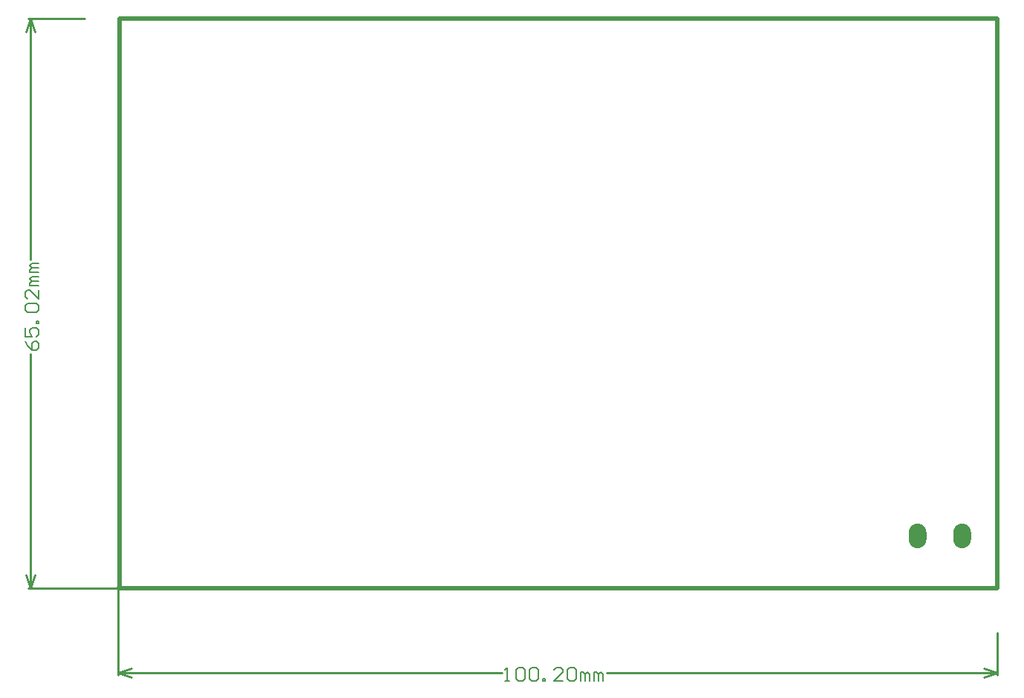
<source format=gbp>
G04*
G04 #@! TF.GenerationSoftware,Altium Limited,Altium Designer,20.0.13 (296)*
G04*
G04 Layer_Color=128*
%FSLAX24Y24*%
%MOIN*%
G70*
G01*
G75*
%ADD10C,0.0100*%
%ADD17C,0.0060*%
%ADD18C,0.0200*%
G36*
X36244Y2193D02*
X36244Y2183D01*
X36243Y2173D01*
X36243Y2163D01*
X36242Y2153D01*
X36241Y2143D01*
X36239Y2133D01*
X36238Y2123D01*
X36236Y2113D01*
X36234Y2104D01*
X36231Y2094D01*
X36229Y2084D01*
X36226Y2075D01*
X36223Y2065D01*
X36219Y2056D01*
X36216Y2046D01*
X36212Y2037D01*
X36208Y2028D01*
X36204Y2019D01*
X36199Y2010D01*
X36194Y2001D01*
X36189Y1993D01*
X36184Y1984D01*
X36179Y1976D01*
X36173Y1968D01*
X36167Y1960D01*
X36161Y1952D01*
X36155Y1944D01*
X36149Y1936D01*
X36142Y1929D01*
X36135Y1921D01*
X36128Y1914D01*
X36121Y1907D01*
X36114Y1900D01*
X36107Y1894D01*
X36099Y1887D01*
X36091Y1881D01*
X36083Y1875D01*
X36075Y1869D01*
X36067Y1864D01*
X36058Y1858D01*
X36050Y1853D01*
X36041Y1848D01*
X36032Y1844D01*
X36023Y1839D01*
X36014Y1835D01*
X36005Y1831D01*
X35996Y1827D01*
X35987Y1823D01*
X35977Y1820D01*
X35968Y1817D01*
X35958Y1814D01*
X35949Y1811D01*
X35939Y1809D01*
X35929Y1807D01*
X35919Y1805D01*
X35910Y1803D01*
X35900Y1802D01*
X35890Y1801D01*
X35880Y1800D01*
X35870Y1799D01*
X35860Y1799D01*
X35850Y1799D01*
X35840Y1799D01*
X35830Y1799D01*
X35820Y1800D01*
X35810Y1801D01*
X35800Y1802D01*
X35790Y1803D01*
X35781Y1805D01*
X35771Y1807D01*
X35761Y1809D01*
X35751Y1811D01*
X35742Y1814D01*
X35732Y1817D01*
X35723Y1820D01*
X35713Y1823D01*
X35704Y1827D01*
X35695Y1831D01*
X35686Y1835D01*
X35677Y1839D01*
X35668Y1844D01*
X35659Y1848D01*
X35650Y1853D01*
X35642Y1858D01*
X35633Y1864D01*
X35625Y1869D01*
X35617Y1875D01*
X35609Y1881D01*
X35601Y1887D01*
X35594Y1894D01*
X35586Y1900D01*
X35579Y1907D01*
X35572Y1914D01*
X35565Y1921D01*
X35558Y1929D01*
X35551Y1936D01*
X35545Y1944D01*
X35539Y1952D01*
X35533Y1960D01*
X35527Y1968D01*
X35521Y1976D01*
X35516Y1984D01*
X35511Y1993D01*
X35506Y2001D01*
X35501Y2010D01*
X35497Y2019D01*
X35492Y2028D01*
X35488Y2037D01*
X35484Y2046D01*
X35481Y2056D01*
X35478Y2065D01*
X35474Y2075D01*
X35472Y2084D01*
X35469Y2094D01*
X35467Y2104D01*
X35464Y2113D01*
X35463Y2123D01*
X35461Y2133D01*
X35459Y2143D01*
X35458Y2153D01*
X35457Y2163D01*
X35457Y2173D01*
X35456Y2183D01*
X35456Y2193D01*
X35456Y2508D01*
X35456Y2517D01*
X35457Y2527D01*
X35457Y2537D01*
X35458Y2547D01*
X35459Y2557D01*
X35461Y2567D01*
X35463Y2577D01*
X35464Y2587D01*
X35467Y2597D01*
X35469Y2606D01*
X35472Y2616D01*
X35474Y2625D01*
X35478Y2635D01*
X35481Y2644D01*
X35484Y2654D01*
X35488Y2663D01*
X35492Y2672D01*
X35497Y2681D01*
X35501Y2690D01*
X35506Y2699D01*
X35511Y2707D01*
X35516Y2716D01*
X35521Y2724D01*
X35527Y2732D01*
X35533Y2741D01*
X35539Y2748D01*
X35545Y2756D01*
X35551Y2764D01*
X35558Y2771D01*
X35565Y2779D01*
X35572Y2786D01*
X35579Y2793D01*
X35586Y2800D01*
X35594Y2806D01*
X35601Y2813D01*
X35609Y2819D01*
X35617Y2825D01*
X35625Y2831D01*
X35633Y2836D01*
X35642Y2842D01*
X35650Y2847D01*
X35659Y2852D01*
X35668Y2856D01*
X35677Y2861D01*
X35686Y2865D01*
X35695Y2869D01*
X35704Y2873D01*
X35713Y2877D01*
X35723Y2880D01*
X35732Y2883D01*
X35742Y2886D01*
X35751Y2889D01*
X35761Y2891D01*
X35771Y2893D01*
X35781Y2895D01*
X35790Y2897D01*
X35800Y2898D01*
X35810Y2899D01*
X35820Y2900D01*
X35830Y2901D01*
X35840Y2901D01*
X35850Y2901D01*
X35860Y2901D01*
X35870Y2901D01*
X35880Y2900D01*
X35890Y2899D01*
X35900Y2898D01*
X35910Y2897D01*
X35919Y2895D01*
X35929Y2893D01*
X35939Y2891D01*
X35949Y2889D01*
X35958Y2886D01*
X35968Y2883D01*
X35977Y2880D01*
X35987Y2877D01*
X35996Y2873D01*
X36005Y2869D01*
X36014Y2865D01*
X36023Y2861D01*
X36032Y2856D01*
X36041Y2852D01*
X36050Y2847D01*
X36058Y2842D01*
X36067Y2836D01*
X36075Y2831D01*
X36083Y2825D01*
X36091Y2819D01*
X36099Y2813D01*
X36106Y2806D01*
X36114Y2800D01*
X36121Y2793D01*
X36128Y2786D01*
X36135Y2779D01*
X36142Y2771D01*
X36149Y2764D01*
X36155Y2756D01*
X36161Y2748D01*
X36167Y2741D01*
X36173Y2732D01*
X36179Y2724D01*
X36184Y2716D01*
X36189Y2707D01*
X36194Y2699D01*
X36199Y2690D01*
X36204Y2681D01*
X36208Y2672D01*
X36212Y2663D01*
X36216Y2654D01*
X36219Y2644D01*
X36223Y2635D01*
X36226Y2625D01*
X36229Y2616D01*
X36231Y2606D01*
X36234Y2597D01*
X36236Y2587D01*
X36238Y2577D01*
X36239Y2567D01*
X36241Y2557D01*
X36242Y2547D01*
X36243Y2537D01*
X36243Y2527D01*
X36244Y2517D01*
X36244Y2508D01*
X36244Y2193D01*
D02*
G37*
G36*
X38244Y2193D02*
X38244Y2183D01*
X38243Y2173D01*
X38243Y2163D01*
X38242Y2153D01*
X38241Y2143D01*
X38239Y2133D01*
X38238Y2123D01*
X38236Y2113D01*
X38234Y2104D01*
X38231Y2094D01*
X38229Y2084D01*
X38226Y2075D01*
X38223Y2065D01*
X38219Y2056D01*
X38216Y2046D01*
X38212Y2037D01*
X38208Y2028D01*
X38204Y2019D01*
X38199Y2010D01*
X38194Y2001D01*
X38189Y1993D01*
X38184Y1984D01*
X38179Y1976D01*
X38173Y1968D01*
X38167Y1960D01*
X38161Y1952D01*
X38155Y1944D01*
X38149Y1936D01*
X38142Y1929D01*
X38135Y1921D01*
X38128Y1914D01*
X38121Y1907D01*
X38114Y1900D01*
X38106Y1894D01*
X38099Y1887D01*
X38091Y1881D01*
X38083Y1875D01*
X38075Y1869D01*
X38067Y1864D01*
X38058Y1858D01*
X38050Y1853D01*
X38041Y1848D01*
X38032Y1844D01*
X38023Y1839D01*
X38014Y1835D01*
X38005Y1831D01*
X37996Y1827D01*
X37987Y1823D01*
X37977Y1820D01*
X37968Y1817D01*
X37958Y1814D01*
X37949Y1811D01*
X37939Y1809D01*
X37929Y1807D01*
X37920Y1805D01*
X37910Y1803D01*
X37900Y1802D01*
X37890Y1801D01*
X37880Y1800D01*
X37870Y1799D01*
X37860Y1799D01*
X37850Y1799D01*
X37840Y1799D01*
X37830Y1799D01*
X37820Y1800D01*
X37810Y1801D01*
X37800Y1802D01*
X37790Y1803D01*
X37781Y1805D01*
X37771Y1807D01*
X37761Y1809D01*
X37751Y1811D01*
X37742Y1814D01*
X37732Y1817D01*
X37723Y1820D01*
X37713Y1823D01*
X37704Y1827D01*
X37695Y1831D01*
X37686Y1835D01*
X37677Y1839D01*
X37668Y1844D01*
X37659Y1848D01*
X37650Y1853D01*
X37642Y1858D01*
X37633Y1864D01*
X37625Y1869D01*
X37617Y1875D01*
X37609Y1881D01*
X37601Y1887D01*
X37594Y1894D01*
X37586Y1900D01*
X37579Y1907D01*
X37572Y1914D01*
X37565Y1921D01*
X37558Y1929D01*
X37551Y1936D01*
X37545Y1944D01*
X37539Y1952D01*
X37533Y1960D01*
X37527Y1968D01*
X37521Y1976D01*
X37516Y1984D01*
X37511Y1993D01*
X37506Y2001D01*
X37501Y2010D01*
X37497Y2019D01*
X37492Y2028D01*
X37488Y2037D01*
X37484Y2046D01*
X37481Y2056D01*
X37478Y2065D01*
X37474Y2075D01*
X37472Y2084D01*
X37469Y2094D01*
X37467Y2104D01*
X37464Y2113D01*
X37463Y2123D01*
X37461Y2133D01*
X37459Y2143D01*
X37458Y2153D01*
X37457Y2163D01*
X37457Y2173D01*
X37456Y2183D01*
X37456Y2193D01*
X37456Y2508D01*
X37456Y2517D01*
X37457Y2527D01*
X37457Y2537D01*
X37458Y2547D01*
X37459Y2557D01*
X37461Y2567D01*
X37463Y2577D01*
X37464Y2587D01*
X37467Y2597D01*
X37469Y2606D01*
X37472Y2616D01*
X37474Y2625D01*
X37478Y2635D01*
X37481Y2644D01*
X37484Y2654D01*
X37488Y2663D01*
X37492Y2672D01*
X37497Y2681D01*
X37501Y2690D01*
X37506Y2699D01*
X37511Y2707D01*
X37516Y2716D01*
X37521Y2724D01*
X37527Y2732D01*
X37533Y2741D01*
X37539Y2748D01*
X37545Y2756D01*
X37551Y2764D01*
X37558Y2771D01*
X37565Y2779D01*
X37572Y2786D01*
X37579Y2793D01*
X37586Y2800D01*
X37594Y2806D01*
X37601Y2813D01*
X37609Y2819D01*
X37617Y2825D01*
X37625Y2831D01*
X37633Y2836D01*
X37642Y2842D01*
X37650Y2847D01*
X37659Y2852D01*
X37668Y2856D01*
X37677Y2861D01*
X37686Y2865D01*
X37695Y2869D01*
X37704Y2873D01*
X37713Y2877D01*
X37723Y2880D01*
X37732Y2883D01*
X37742Y2886D01*
X37751Y2889D01*
X37761Y2891D01*
X37771Y2893D01*
X37781Y2895D01*
X37790Y2897D01*
X37800Y2898D01*
X37810Y2899D01*
X37820Y2900D01*
X37830Y2901D01*
X37840Y2901D01*
X37850Y2901D01*
X37860Y2901D01*
X37870Y2901D01*
X37880Y2900D01*
X37890Y2899D01*
X37900Y2898D01*
X37910Y2897D01*
X37919Y2895D01*
X37929Y2893D01*
X37939Y2891D01*
X37949Y2889D01*
X37958Y2886D01*
X37968Y2883D01*
X37977Y2880D01*
X37987Y2877D01*
X37996Y2873D01*
X38005Y2869D01*
X38014Y2865D01*
X38023Y2861D01*
X38032Y2856D01*
X38041Y2852D01*
X38050Y2847D01*
X38058Y2842D01*
X38067Y2836D01*
X38075Y2831D01*
X38083Y2825D01*
X38091Y2819D01*
X38099Y2813D01*
X38106Y2806D01*
X38114Y2800D01*
X38121Y2793D01*
X38128Y2786D01*
X38135Y2779D01*
X38142Y2771D01*
X38149Y2764D01*
X38155Y2756D01*
X38161Y2748D01*
X38167Y2741D01*
X38173Y2732D01*
X38179Y2724D01*
X38184Y2716D01*
X38189Y2707D01*
X38194Y2699D01*
X38199Y2690D01*
X38204Y2681D01*
X38208Y2672D01*
X38212Y2663D01*
X38216Y2654D01*
X38219Y2644D01*
X38223Y2635D01*
X38226Y2625D01*
X38229Y2616D01*
X38231Y2606D01*
X38234Y2597D01*
X38236Y2587D01*
X38238Y2577D01*
X38239Y2567D01*
X38241Y2557D01*
X38242Y2547D01*
X38243Y2537D01*
X38243Y2527D01*
X38244Y2517D01*
X38244Y2508D01*
Y2193D01*
D02*
G37*
D10*
X-4175Y600D02*
X-3975Y0D01*
X-3775Y600D01*
X-3975Y25600D02*
X-3775Y25000D01*
X-4175D02*
X-3975Y25600D01*
Y0D02*
Y10531D01*
Y14749D02*
Y25600D01*
X-4075Y0D02*
X-25D01*
X-4075Y25600D02*
X-1525D01*
X-25Y-3800D02*
X575Y-3600D01*
X-25Y-3800D02*
X575Y-4000D01*
X38825D02*
X39425Y-3800D01*
X38825Y-3600D02*
X39425Y-3800D01*
X-25D02*
X17181D01*
X21899D02*
X39425D01*
X-25Y-3900D02*
Y0D01*
X39425Y-3900D02*
Y-2000D01*
D17*
X-4215Y11091D02*
X-4115Y10891D01*
X-3915Y10691D01*
X-3715D01*
X-3615Y10791D01*
Y10991D01*
X-3715Y11091D01*
X-3815D01*
X-3915Y10991D01*
Y10691D01*
X-4215Y11690D02*
Y11290D01*
X-3915D01*
X-4015Y11490D01*
Y11590D01*
X-3915Y11690D01*
X-3715D01*
X-3615Y11590D01*
Y11390D01*
X-3715Y11290D01*
X-3615Y11890D02*
X-3715D01*
Y11990D01*
X-3615D01*
Y11890D01*
X-4115Y12390D02*
X-4215Y12490D01*
Y12690D01*
X-4115Y12790D01*
X-3715D01*
X-3615Y12690D01*
Y12490D01*
X-3715Y12390D01*
X-4115D01*
X-3615Y13390D02*
Y12990D01*
X-4015Y13390D01*
X-4115D01*
X-4215Y13290D01*
Y13090D01*
X-4115Y12990D01*
X-3615Y13590D02*
X-4015D01*
Y13690D01*
X-3915Y13790D01*
X-3615D01*
X-3915D01*
X-4015Y13890D01*
X-3915Y13990D01*
X-3615D01*
Y14189D02*
X-4015D01*
Y14289D01*
X-3915Y14389D01*
X-3615D01*
X-3915D01*
X-4015Y14489D01*
X-3915Y14589D01*
X-3615D01*
X17341Y-4160D02*
X17541D01*
X17441D01*
Y-3560D01*
X17341Y-3660D01*
X17841D02*
X17941Y-3560D01*
X18140D01*
X18240Y-3660D01*
Y-4060D01*
X18140Y-4160D01*
X17941D01*
X17841Y-4060D01*
Y-3660D01*
X18440D02*
X18540Y-3560D01*
X18740D01*
X18840Y-3660D01*
Y-4060D01*
X18740Y-4160D01*
X18540D01*
X18440Y-4060D01*
Y-3660D01*
X19040Y-4160D02*
Y-4060D01*
X19140D01*
Y-4160D01*
X19040D01*
X19940D02*
X19540D01*
X19940Y-3760D01*
Y-3660D01*
X19840Y-3560D01*
X19640D01*
X19540Y-3660D01*
X20140D02*
X20240Y-3560D01*
X20440D01*
X20540Y-3660D01*
Y-4060D01*
X20440Y-4160D01*
X20240D01*
X20140Y-4060D01*
Y-3660D01*
X20740Y-4160D02*
Y-3760D01*
X20840D01*
X20940Y-3860D01*
Y-4160D01*
Y-3860D01*
X21040Y-3760D01*
X21139Y-3860D01*
Y-4160D01*
X21339D02*
Y-3760D01*
X21439D01*
X21539Y-3860D01*
Y-4160D01*
Y-3860D01*
X21639Y-3760D01*
X21739Y-3860D01*
Y-4160D01*
D18*
X39425Y0D02*
Y25600D01*
X25D02*
X39425D01*
X25Y0D02*
X39425D01*
X25D02*
Y25550D01*
X-25Y0D02*
X25D01*
M02*

</source>
